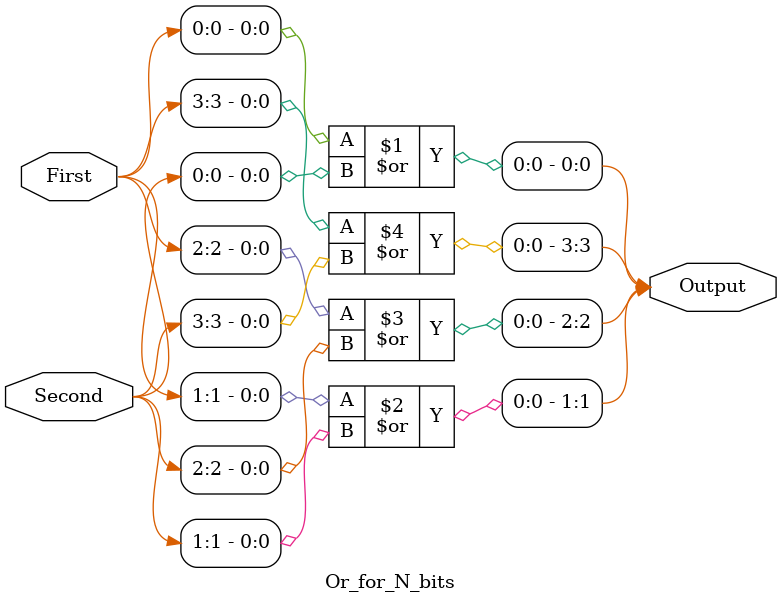
<source format=v>

`define for_loop_or

module Or_for_N_bits 
  	#(
   	 	parameter Width = 4
  	)
  	(
		input 	[Width	-1:0] 	First,
		input 	[Width	-1:0] 	Second,
	
		output 	[Width	-1:0] 	Output
  	);
  
  	`ifdef  for_loop_or
  
		genvar i;
		generate
	  		for (i = 0; i < Width; i = i + 1) begin
				or (Output[i], First[i], Second[i]);
	  		end
		endgenerate
  
   	`elsif simple_or
  
  		Output = First | Second;
  
  	`endif
  
endmodule
</source>
